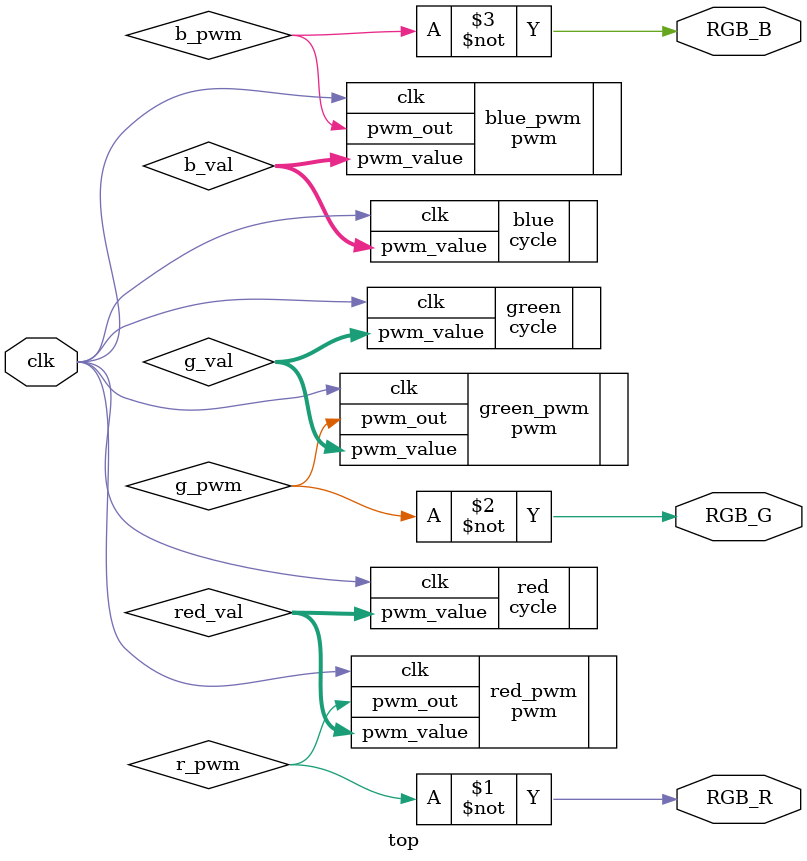
<source format=sv>
`include "pwm.sv"
`include "cycle.sv"

module top (
    input clk,
    output RGB_R,
    output RGB_G,
    output RGB_B
);

    // Defining the incrementing parameters for each state
    localparam PWM_INTERVAL = 1200;
    localparam HOLD_OFF_INC = 800;      
    localparam RAMP_INC = 400;          
    localparam HOLD_ON_INC = 800;       
    localparam PHASE_SHIFT = 800;     
    localparam PHASE_SHIFT_2 = 2*PHASE_SHIFT;    

    wire [10:0] red_val, g_val, b_val;
    wire r_pwm, g_pwm, b_pwm;

    // The phases are reversed because of active low outputs
    // Red (0° phase)
    cycle #(
        .PWM_INTERVAL(PWM_INTERVAL),
        .INC_DEC_INTERVAL(5000),  
        .HOLD_OFF_INC(HOLD_OFF_INC),
        .RAMP_INC(RAMP_INC),
        .HOLD_ON_INC(HOLD_ON_INC),
        .INIT_PHASE_OFFSET(PHASE_SHIFT_2)
    ) red (
        .clk(clk),
        .pwm_value(red_val)
    );

    // Green (120° phase shift)
    cycle #(
        .PWM_INTERVAL(PWM_INTERVAL),
        .INC_DEC_INTERVAL(5000),  
        .HOLD_OFF_INC(HOLD_OFF_INC),
        .RAMP_INC(RAMP_INC),
        .HOLD_ON_INC(HOLD_ON_INC),
        .INIT_PHASE_OFFSET(PHASE_SHIFT)
    ) green (
        .clk(clk),
        .pwm_value(g_val)
    );

    // Blue (240° phase shift)
    cycle #(
        .PWM_INTERVAL(PWM_INTERVAL),
        .INC_DEC_INTERVAL(5000),  
        .HOLD_OFF_INC(HOLD_OFF_INC),
        .RAMP_INC(RAMP_INC),
        .HOLD_ON_INC(HOLD_ON_INC),
        .INIT_PHASE_OFFSET(0)
    ) blue (
        .clk(clk),
        .pwm_value(b_val)
    );

    // PWM Modules
    pwm red_pwm (.clk(clk), .pwm_value(red_val), .pwm_out(r_pwm));
    pwm green_pwm (.clk(clk), .pwm_value(g_val), .pwm_out(g_pwm));
    pwm blue_pwm (.clk(clk), .pwm_value(b_val), .pwm_out(b_pwm));

    // Active-low outputs
    assign RGB_R = ~r_pwm;
    assign RGB_G = ~g_pwm;
    assign RGB_B = ~b_pwm;
endmodule
</source>
